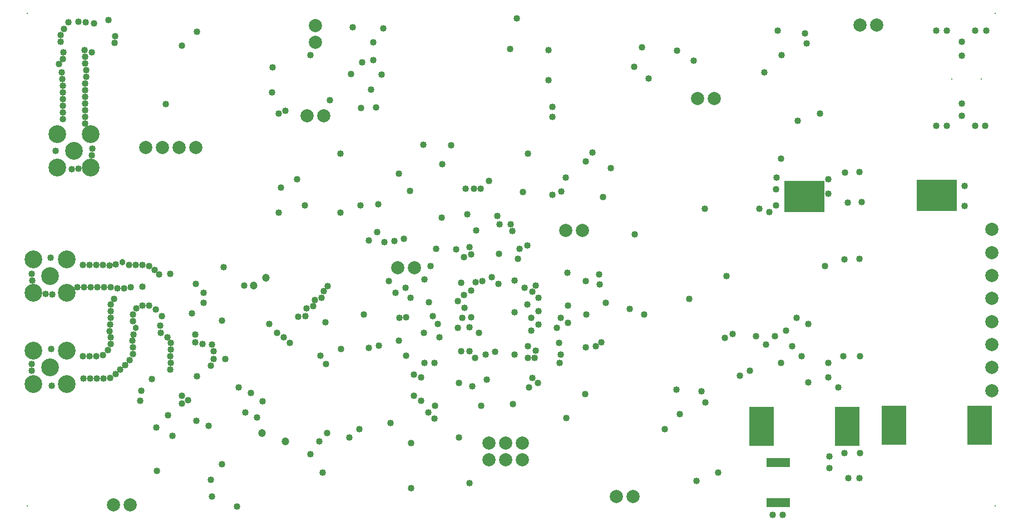
<source format=gbs>
%FSTAX24Y24*%
%MOIN*%
%SFA1B1*%

%IPPOS*%
%ADD111C,0.047370*%
%ADD146C,0.106420*%
%ADD147C,0.078870*%
%ADD148C,0.008000*%
%ADD149C,0.038000*%
%ADD150C,0.040000*%
%ADD151R,0.139890X0.053280*%
%ADD152R,0.145790X0.236350*%
%ADD153R,0.244220X0.185170*%
%LNkarmandb-1*%
%LPD*%
G54D111*
X01555Y00585D03*
X01695Y00535D03*
X01505Y0147D03*
X0158Y01515D03*
G54D146*
X00185Y0088D03*
Y0108D03*
X00385D03*
Y0088D03*
X00285Y0098D03*
X0033Y02375D03*
X0053D03*
Y02175D03*
X0033D03*
X0043Y02275D03*
X00185Y01625D03*
X00385D03*
Y01425D03*
X00185D03*
X00285Y01525D03*
G54D147*
X0524Y0303D03*
X0514D03*
X01925Y02485D03*
X01825D03*
X01875Y03025D03*
Y02925D03*
X00765Y00155D03*
X00665D03*
X04265Y0259D03*
X04165D03*
X0378Y00205D03*
X0368D03*
X02915Y00425D03*
X03015D03*
X03115D03*
Y00525D03*
X03015D03*
X02915D03*
X0237Y01575D03*
X0247D03*
X03475Y018D03*
X03375D03*
X0116Y02295D03*
X0106D03*
X0096D03*
X0086D03*
X0593Y018045D03*
Y016667D03*
Y015289D03*
Y013911D03*
Y012533D03*
Y011155D03*
Y0084D03*
Y009778D03*
G54D148*
X056878Y02705D03*
X05865D03*
X0595Y0015D03*
Y031D03*
X0015D03*
Y0015D03*
G54D149*
X008Y01215D03*
X0072Y0161D03*
G54D150*
X028Y01075D03*
X02375Y0114D03*
X0238Y01275D03*
X02525Y01185D03*
X02631Y01876D03*
X02767Y01413D03*
X0277Y013372D03*
X01935Y0125D03*
X02755Y01275D03*
X0258Y01285D03*
X026187Y011583D03*
X01645Y01185D03*
X01685Y0116D03*
X01723Y01125D03*
X02195Y01095D03*
X0203Y0109D03*
X02255Y0111D03*
X027296Y012174D03*
X028Y0122D03*
X0242Y0128D03*
X01815Y01285D03*
X018227Y013327D03*
X017718Y012818D03*
X018621Y013456D03*
X0162Y02775D03*
X0463Y01165D03*
X04665Y01005D03*
X04733Y01105D03*
X0284Y018D03*
X0315Y0226D03*
X03345Y01275D03*
X02903Y00906D03*
X0307Y015D03*
X02837Y014893D03*
X031289Y014572D03*
X02765Y0164D03*
X02565Y01585D03*
X02589Y00674D03*
X02593Y00748D03*
X0245Y00525D03*
X02555Y0137D03*
X02317Y01497D03*
X0253Y01505D03*
X02355Y01425D03*
X02445Y01395D03*
X0195Y01465D03*
X019116Y013965D03*
X0261Y0124D03*
X0281Y0144D03*
X02855Y01185D03*
X03155Y0086D03*
X032076Y008851D03*
X0442Y0093D03*
X0339Y0135D03*
X0317Y012D03*
X035Y01295D03*
X03335Y01125D03*
X0359Y0113D03*
X033241Y012174D03*
X0339Y01245D03*
X03615Y013662D03*
X02165Y01295D03*
X018736Y013836D03*
X0242Y0105D03*
X0259Y01005D03*
X02895Y01055D03*
X0275Y01075D03*
X01315Y0126D03*
X011346Y01303D03*
X01205Y01365D03*
Y01425D03*
X0116Y0148D03*
X01005Y0154D03*
X0099Y0116D03*
X008396Y014622D03*
X011616Y006583D03*
X01235Y0063D03*
X0317Y01275D03*
X019Y00535D03*
X01905Y0105D03*
X01945Y00585D03*
X0194Y01D03*
X03145Y01355D03*
X032132Y013158D03*
X03555Y01105D03*
X025529Y0071D03*
X03295Y0248D03*
X01525Y0068D03*
X0156Y00775D03*
X0149Y00825D03*
X01455Y0071D03*
X0208Y0056D03*
X033785Y00675D03*
X03175Y00915D03*
X0334Y01005D03*
X03345Y010544D03*
X0379Y01775D03*
X05135Y00315D03*
X0507D03*
X04955Y00375D03*
Y00445D03*
X05045Y00465D03*
X0514D03*
X0501Y0086D03*
X0495Y0092D03*
Y01005D03*
X0504Y01045D03*
X0514D03*
X0493Y01585D03*
X05135Y0163D03*
X05045Y01625D03*
X05135Y0215D03*
X0505Y02145D03*
X0495Y0202D03*
Y02105D03*
X05065Y01965D03*
X0515Y0197D03*
X0589Y02425D03*
X0583D03*
X05595D03*
X0566D03*
X0575Y0256D03*
Y02485D03*
Y0293D03*
Y02845D03*
X05595Y02995D03*
X0566D03*
X0583D03*
X05895D03*
X05765Y01945D03*
Y02065D03*
X04635Y0195D03*
Y02045D03*
X02444Y02037D03*
X0102Y0057D03*
X027352Y008851D03*
X01315Y004D03*
X028336Y010346D03*
X0251Y0078D03*
Y0092D03*
X02195Y0174D03*
X0229Y0173D03*
X02245Y0179D03*
X02325Y00645D03*
X0214Y0061D03*
X023482Y01735D03*
X02965Y01885D03*
X02865Y0205D03*
X02825D03*
X02785Y01895D03*
X0315Y01105D03*
X009216Y006187D03*
X008266Y007787D03*
X008316Y008387D03*
X008966Y009087D03*
X011116Y007837D03*
X010766Y008087D03*
Y007637D03*
X009916Y006937D03*
X0476Y01275D03*
X0479Y01045D03*
X0483Y0124D03*
Y0089D03*
X0448Y0096D03*
X02735Y0056D03*
X021Y030156D03*
X0209Y027356D03*
X0287Y0075D03*
X03055Y01795D03*
X02465Y0081D03*
Y00935D03*
X02775Y0205D03*
X032132Y013945D03*
X031746Y014339D03*
X0298Y01835D03*
X03045D03*
X02975Y0166D03*
X0307Y0131D03*
X02415Y01455D03*
X0275Y01485D03*
X02273Y027324D03*
X03145Y0171D03*
X030895Y016291D03*
X04375Y0118D03*
X04665Y0223D03*
X02932Y015182D03*
X04645Y02995D03*
X0434Y01525D03*
X035343Y02265D03*
X00635Y0306D03*
X0098Y02555D03*
X01075Y02905D03*
X01405Y001464D03*
X00925Y0036D03*
X0125Y00305D03*
X01255Y00205D03*
X034935Y0082D03*
X034943Y022137D03*
X03295Y020131D03*
X0312Y020281D03*
X0335Y020331D03*
X030835Y0307D03*
X032735Y027D03*
X036443Y021737D03*
X038314Y02895D03*
X02251Y019558D03*
X02026Y022608D03*
X02875Y01495D03*
X03195Y0147D03*
X0307Y01055D03*
X0306Y0076D03*
X03495Y01495D03*
Y011D03*
X02375Y0214D03*
X01811Y019508D03*
X035993Y019987D03*
X02635Y02195D03*
X02524Y02311D03*
X030435Y02885D03*
X02027Y019048D03*
X01766Y021058D03*
X02146Y019508D03*
X03195Y0108D03*
X0253Y01005D03*
X031Y0169D03*
X03385Y01545D03*
X02815Y00865D03*
X040414Y02875D03*
X041414Y02815D03*
X033743Y021143D03*
X032735Y0288D03*
X038714Y0271D03*
X037864Y0278D03*
X0269Y0231D03*
X0482Y0292D03*
X04765Y02455D03*
X0467Y0285D03*
X041575Y003D03*
X040375Y00845D03*
X040575Y007D03*
X041875Y00835D03*
X042125Y0077D03*
X042875Y0035D03*
X049Y025D03*
X04565Y027445D03*
X039675Y0061D03*
X0224Y02535D03*
X019627Y025788D03*
X02148Y025324D03*
X021559Y02805D03*
X022226Y029268D03*
X02208Y026424D03*
X022209Y0282D03*
X022809Y0301D03*
X0464Y02115D03*
X029714Y014796D03*
X031486Y010346D03*
X029517Y010732D03*
X032132Y01237D03*
X031879Y010346D03*
X0481Y0298D03*
X02405Y0175D03*
X04615Y00095D03*
X04675D03*
X0281Y0128D03*
X027296Y013748D03*
X019245Y014345D03*
X01655Y01905D03*
X0167Y02055D03*
X0272Y01685D03*
X0281Y01655D03*
X028Y017D03*
X026Y0169D03*
X01615Y02625D03*
X016Y0124D03*
X01325Y0158D03*
X0145Y0147D03*
X0433Y01155D03*
X04695Y012D03*
X03575Y01535D03*
X02915Y02095D03*
X0358Y01475D03*
X01165Y0299D03*
X01845Y0285D03*
X01655Y025D03*
X01695Y02515D03*
X04515Y01165D03*
X04575Y01115D03*
X04535Y0193D03*
X04595Y0191D03*
X03295Y0254D03*
X0092Y01325D03*
X01335Y0103D03*
X01415Y0086D03*
X04115Y0139D03*
X0421Y0193D03*
X006745Y029628D03*
X006732Y029228D03*
X004915Y028776D03*
X004972Y02838D03*
Y02798D03*
X00504Y027586D03*
X005039Y027186D03*
X004972Y026791D03*
Y026391D03*
Y025991D03*
Y025591D03*
Y025191D03*
Y024791D03*
Y024391D03*
X005383Y022906D03*
X005371Y022507D03*
X004568Y021686D03*
X004169Y021662D03*
X003202Y022767D03*
X003627Y024675D03*
Y025075D03*
Y025475D03*
Y025875D03*
Y026275D03*
Y026675D03*
X003582Y027073D03*
X003555Y027472D03*
X003627Y028265D03*
X003648Y028665D03*
X0034Y02795D03*
X003492Y029302D03*
X003502Y029702D03*
X003696Y030052D03*
X0055Y0304D03*
X005Y03045D03*
X00455Y0305D03*
X00395Y03045D03*
X002908Y016344D03*
X004814Y015922D03*
X005214D03*
X005614D03*
X006014D03*
X006413Y015895D03*
X006808Y015957D03*
X007604Y015922D03*
X008004Y015921D03*
X008404Y015922D03*
X008801Y015873D03*
X009119Y015631D03*
X009402Y015348D03*
X007675Y014584D03*
X007279Y014524D03*
X006879Y014528D03*
X006484Y014588D03*
X006084Y014577D03*
X005684D03*
X005284D03*
X004884D03*
X004484D03*
X002995Y014164D03*
X002596Y014181D03*
X001783Y014991D03*
X001764Y015391D03*
X008786Y013477D03*
X008386D03*
X008019Y013318D03*
X007822Y01297D03*
X007821Y01257D03*
X007862Y011774D03*
X0078Y011379D03*
X007822Y01098D03*
X00781Y01058D03*
X007626Y010225D03*
X007343Y009942D03*
X00706Y009659D03*
X006778Y009376D03*
X006442Y009158D03*
X006043Y009127D03*
X005643D03*
X005243D03*
X004843D03*
X002942Y008707D03*
X001772Y009594D03*
X001771Y009994D03*
X002931Y010893D03*
X004834Y010472D03*
X005234D03*
X005634D03*
X006029Y010531D03*
X006312Y010813D03*
X006479Y011177D03*
X006477Y011577D03*
X006421Y011973D03*
X006451Y012372D03*
X006503Y012768D03*
X006477Y013168D03*
X006501Y013567D03*
X006708Y013909D03*
X00955Y01285D03*
X00945Y0123D03*
X0095Y01185D03*
X01155Y01175D03*
Y0113D03*
X01165Y00925D03*
X010065Y009663D03*
X010078Y010063D03*
X010068Y010463D03*
X010105Y010861D03*
X010077Y01126D03*
X012Y0112D03*
X01255Y01115D03*
X01265Y01075D03*
Y0103D03*
X0125Y0099D03*
X00535Y02865D03*
X03845Y01295D03*
X0376Y0133D03*
X0245Y00255D03*
X01845Y0046D03*
X0192Y0035D03*
X028Y00285D03*
G54D151*
X0465Y001699D03*
Y0041D03*
G54D152*
X058559Y00631D03*
X053441D03*
X050609Y00626D03*
X045491D03*
G54D153*
X056Y020089D03*
X04805Y020039D03*
M02*
</source>
